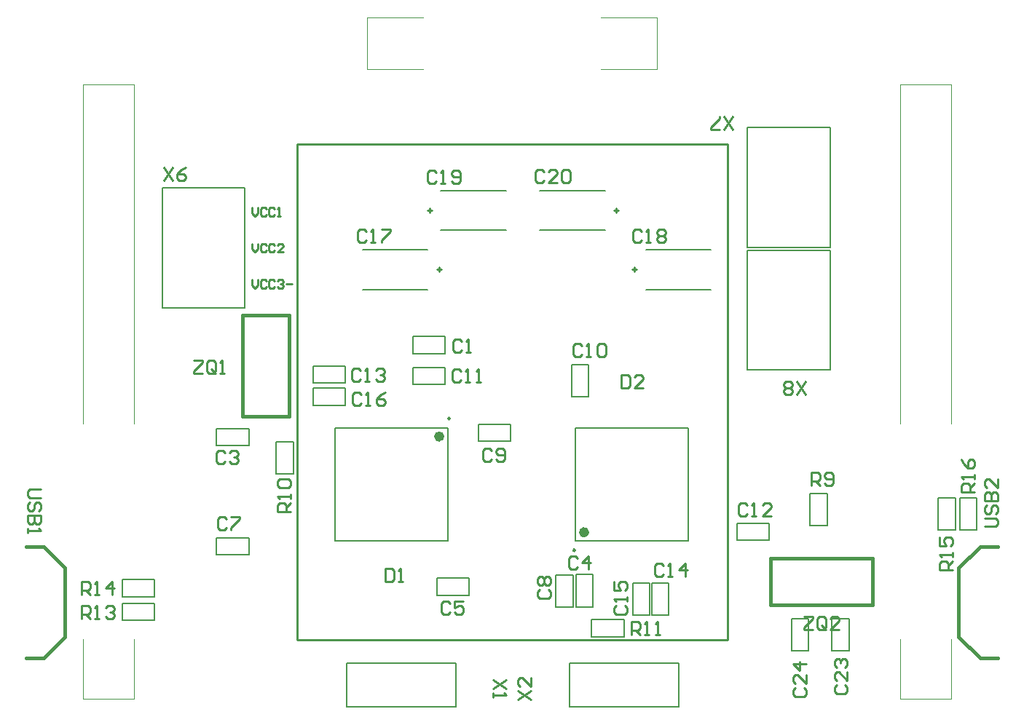
<source format=gto>
G04 Layer_Color=65535*
%FSLAX44Y44*%
%MOMM*%
G71*
G01*
G75*
%ADD17C,0.2000*%
%ADD18C,0.6000*%
%ADD30C,0.2540*%
%ADD31C,0.2500*%
%ADD32C,0.4500*%
%ADD33C,0.1000*%
D17*
X1365500Y401500D02*
X1385500D01*
Y439000D01*
X1365500D02*
X1385500D01*
X1365500Y401500D02*
Y439000D01*
X1318500Y401500D02*
X1338500D01*
Y439000D01*
X1318500D02*
X1338500D01*
X1318500Y401500D02*
Y439000D01*
X1156000Y443250D02*
X1176000D01*
Y480750D01*
X1156000D02*
X1176000D01*
X1156000Y443250D02*
Y480750D01*
X1134000Y443250D02*
X1154000D01*
Y480750D01*
X1134000D02*
X1154000D01*
X1134000Y443250D02*
Y480750D01*
X1086250Y418000D02*
Y438000D01*
Y418000D02*
X1123750D01*
Y438000D01*
X1086250D02*
X1123750D01*
X1044750Y452500D02*
X1064750D01*
Y490000D01*
X1044750D02*
X1064750D01*
X1044750Y452500D02*
Y490000D01*
X719500Y607250D02*
X739500D01*
Y644750D01*
X719500D02*
X739500D01*
X719500Y607250D02*
Y644750D01*
X1509000Y542250D02*
Y579750D01*
X1489000Y542250D02*
X1509000D01*
X1489000D02*
Y579750D01*
X1509000D01*
X1534000Y542250D02*
Y579750D01*
X1514000Y542250D02*
X1534000D01*
X1514000D02*
Y579750D01*
X1534000D01*
X1292500Y530000D02*
Y550000D01*
X1255000D02*
X1292500D01*
X1255000Y530000D02*
Y550000D01*
Y530000D02*
X1292500D01*
X1067750Y452734D02*
X1087750D01*
Y490234D01*
X1067750D02*
X1087750D01*
X1067750Y452734D02*
Y490234D01*
X943910Y466000D02*
Y486000D01*
X906410D02*
X943910D01*
X906410Y466000D02*
Y486000D01*
Y466000D02*
X943910D01*
X991750Y645320D02*
Y665320D01*
X954250D02*
X991750D01*
X954250Y645320D02*
Y665320D01*
Y645320D02*
X991750D01*
X915750Y747000D02*
Y767000D01*
X878250D02*
X915750D01*
X878250Y747000D02*
Y767000D01*
Y747000D02*
X915750D01*
Y711360D02*
Y731360D01*
X878250D02*
X915750D01*
X878250Y711360D02*
Y731360D01*
Y711360D02*
X915750D01*
X762250Y687000D02*
Y707000D01*
Y687000D02*
X799750D01*
Y707000D01*
X762250D02*
X799750D01*
X762250Y713000D02*
Y733000D01*
Y713000D02*
X799750D01*
Y733000D01*
X762250D02*
X799750D01*
X787940Y660860D02*
X918940D01*
X787940Y529860D02*
X918940D01*
Y660860D01*
X787940Y529860D02*
Y660860D01*
X650250Y513240D02*
Y533240D01*
Y513240D02*
X687750D01*
Y533240D01*
X650250D02*
X687750D01*
X1062840Y734750D02*
X1082840D01*
X1062840Y697250D02*
Y734750D01*
Y697250D02*
X1082840D01*
Y734750D01*
X1340000Y584750D02*
X1360000D01*
X1340000Y547250D02*
Y584750D01*
Y547250D02*
X1360000D01*
Y584750D01*
X819750Y868000D02*
X895750D01*
X819750Y822000D02*
X895750D01*
X1149000D02*
X1225000D01*
X1149000Y868000D02*
X1225000D01*
X911000Y891000D02*
X987000D01*
X911000Y937000D02*
X987000D01*
X1026000D02*
X1102000D01*
X1026000Y891000D02*
X1102000D01*
X801610Y387180D02*
X928610D01*
X801610Y336380D02*
X928610D01*
Y387180D01*
X801610Y336380D02*
Y387180D01*
X1187340Y336520D02*
Y387320D01*
X1060340Y336520D02*
Y387320D01*
X1187340D01*
X1060340Y336520D02*
X1187340D01*
X650250Y640240D02*
Y660240D01*
Y640240D02*
X687750D01*
Y660240D01*
X650250D02*
X687750D01*
X540250Y484500D02*
X577750D01*
Y464500D02*
Y484500D01*
X540250Y464500D02*
X577750D01*
X540250D02*
Y484500D01*
Y456880D02*
X577750D01*
Y436880D02*
Y456880D01*
X540250Y436880D02*
X577750D01*
X540250D02*
Y456880D01*
X1067340Y529500D02*
X1198340D01*
X1067340Y660500D02*
X1198340D01*
X1067340Y529500D02*
Y660500D01*
X1198340Y529500D02*
Y660500D01*
X1363500Y728500D02*
Y867500D01*
X1267500Y728500D02*
X1363500D01*
X1267500D02*
Y867500D01*
X1363500D01*
X1267500Y1010000D02*
X1363500D01*
X1267500Y871000D02*
Y1010000D01*
Y871000D02*
X1363500D01*
Y1010000D01*
X587000Y800750D02*
Y939750D01*
X683000D01*
Y800750D02*
Y939750D01*
X587000Y800750D02*
X683000D01*
D18*
X911940Y650860D02*
G03*
X911940Y650860I-3000J0D01*
G01*
X1080340Y539500D02*
G03*
X1080340Y539500I-3000J0D01*
G01*
D30*
X744000Y414070D02*
X1244000D01*
Y990600D01*
X744000D02*
X1244000D01*
X744000Y414070D02*
Y990600D01*
X1370804Y361907D02*
X1368265Y359367D01*
Y354289D01*
X1370804Y351750D01*
X1380961D01*
X1383500Y354289D01*
Y359367D01*
X1380961Y361907D01*
X1383500Y377142D02*
Y366985D01*
X1373343Y377142D01*
X1370804D01*
X1368265Y374603D01*
Y369524D01*
X1370804Y366985D01*
Y382220D02*
X1368265Y384759D01*
Y389838D01*
X1370804Y392377D01*
X1373343D01*
X1375882Y389838D01*
Y387299D01*
Y389838D01*
X1378422Y392377D01*
X1380961D01*
X1383500Y389838D01*
Y384759D01*
X1380961Y382220D01*
X1323304Y358687D02*
X1320765Y356147D01*
Y351069D01*
X1323304Y348530D01*
X1333461D01*
X1336000Y351069D01*
Y356147D01*
X1333461Y358687D01*
X1336000Y373922D02*
Y363765D01*
X1325843Y373922D01*
X1323304D01*
X1320765Y371383D01*
Y366304D01*
X1323304Y363765D01*
X1336000Y386618D02*
X1320765D01*
X1328382Y379000D01*
Y389157D01*
X1542765Y546000D02*
X1555461D01*
X1558000Y548539D01*
Y553618D01*
X1555461Y556157D01*
X1542765D01*
X1545304Y571392D02*
X1542765Y568853D01*
Y563774D01*
X1545304Y561235D01*
X1547843D01*
X1550382Y563774D01*
Y568853D01*
X1552922Y571392D01*
X1555461D01*
X1558000Y568853D01*
Y563774D01*
X1555461Y561235D01*
X1542765Y576470D02*
X1558000D01*
Y584088D01*
X1555461Y586627D01*
X1552922D01*
X1550382Y584088D01*
Y576470D01*
Y584088D01*
X1547843Y586627D01*
X1545304D01*
X1542765Y584088D01*
Y576470D01*
X1558000Y601862D02*
Y591705D01*
X1547843Y601862D01*
X1545304D01*
X1542765Y599323D01*
Y594244D01*
X1545304Y591705D01*
X1333000Y441735D02*
X1343157D01*
Y439196D01*
X1333000Y429039D01*
Y426500D01*
X1343157D01*
X1358392Y429039D02*
Y439196D01*
X1355853Y441735D01*
X1350774D01*
X1348235Y439196D01*
Y429039D01*
X1350774Y426500D01*
X1355853D01*
X1353313Y431578D02*
X1358392Y426500D01*
X1355853D02*
X1358392Y429039D01*
X1373627Y426500D02*
X1363470D01*
X1373627Y436657D01*
Y439196D01*
X1371088Y441735D01*
X1366009D01*
X1363470Y439196D01*
X623750Y739735D02*
X633907D01*
Y737196D01*
X623750Y727039D01*
Y724500D01*
X633907D01*
X649142Y727039D02*
Y737196D01*
X646603Y739735D01*
X641524D01*
X638985Y737196D01*
Y727039D01*
X641524Y724500D01*
X646603D01*
X644063Y729578D02*
X649142Y724500D01*
X646603D02*
X649142Y727039D01*
X654220Y724500D02*
X659298D01*
X656759D01*
Y739735D01*
X654220Y737196D01*
X1000765Y345000D02*
X1016000Y355157D01*
X1000765D02*
X1016000Y345000D01*
Y370392D02*
Y360235D01*
X1005843Y370392D01*
X1003304D01*
X1000765Y367853D01*
Y362774D01*
X1003304Y360235D01*
X987235Y368000D02*
X972000Y357843D01*
X987235D02*
X972000Y368000D01*
Y352765D02*
Y347687D01*
Y350226D01*
X987235D01*
X984696Y352765D01*
X1132840Y420000D02*
Y435235D01*
X1140458D01*
X1142997Y432696D01*
Y427617D01*
X1140458Y425078D01*
X1132840D01*
X1137918D02*
X1142997Y420000D01*
X1148075D02*
X1153153D01*
X1150614D01*
Y435235D01*
X1148075Y432696D01*
X1160771Y420000D02*
X1165849D01*
X1163310D01*
Y435235D01*
X1160771Y432696D01*
X1341498Y593432D02*
Y608667D01*
X1349115D01*
X1351655Y606128D01*
Y601049D01*
X1349115Y598510D01*
X1341498D01*
X1346576D02*
X1351655Y593432D01*
X1356733Y595971D02*
X1359272Y593432D01*
X1364351D01*
X1366890Y595971D01*
Y606128D01*
X1364351Y608667D01*
X1359272D01*
X1356733Y606128D01*
Y603589D01*
X1359272Y601049D01*
X1366890D01*
X736500Y563000D02*
X721265D01*
Y570617D01*
X723804Y573157D01*
X728883D01*
X731422Y570617D01*
Y563000D01*
Y568078D02*
X736500Y573157D01*
Y578235D02*
Y583313D01*
Y580774D01*
X721265D01*
X723804Y578235D01*
Y590931D02*
X721265Y593470D01*
Y598549D01*
X723804Y601088D01*
X733961D01*
X736500Y598549D01*
Y593470D01*
X733961Y590931D01*
X723804D01*
X1120750Y722485D02*
Y707250D01*
X1128367D01*
X1130907Y709789D01*
Y719946D01*
X1128367Y722485D01*
X1120750D01*
X1146142Y707250D02*
X1135985D01*
X1146142Y717407D01*
Y719946D01*
X1143603Y722485D01*
X1138524D01*
X1135985Y719946D01*
X846500Y496985D02*
Y481750D01*
X854118D01*
X856657Y484289D01*
Y494446D01*
X854118Y496985D01*
X846500D01*
X861735Y481750D02*
X866813D01*
X864274D01*
Y496985D01*
X861735Y494446D01*
X1030807Y958424D02*
X1028268Y960963D01*
X1023189D01*
X1020650Y958424D01*
Y948267D01*
X1023189Y945728D01*
X1028268D01*
X1030807Y948267D01*
X1046042Y945728D02*
X1035885D01*
X1046042Y955885D01*
Y958424D01*
X1043503Y960963D01*
X1038424D01*
X1035885Y958424D01*
X1051120D02*
X1053659Y960963D01*
X1058738D01*
X1061277Y958424D01*
Y948267D01*
X1058738Y945728D01*
X1053659D01*
X1051120Y948267D01*
Y958424D01*
X905967Y958214D02*
X903428Y960753D01*
X898349D01*
X895810Y958214D01*
Y948057D01*
X898349Y945518D01*
X903428D01*
X905967Y948057D01*
X911045Y945518D02*
X916123D01*
X913584D01*
Y960753D01*
X911045Y958214D01*
X923741Y948057D02*
X926280Y945518D01*
X931358D01*
X933898Y948057D01*
Y958214D01*
X931358Y960753D01*
X926280D01*
X923741Y958214D01*
Y955675D01*
X926280Y953136D01*
X933898D01*
X1143973Y889192D02*
X1141433Y891731D01*
X1136355D01*
X1133816Y889192D01*
Y879035D01*
X1136355Y876496D01*
X1141433D01*
X1143973Y879035D01*
X1149051Y876496D02*
X1154129D01*
X1151590D01*
Y891731D01*
X1149051Y889192D01*
X1161747D02*
X1164286Y891731D01*
X1169364D01*
X1171904Y889192D01*
Y886653D01*
X1169364Y884113D01*
X1171904Y881574D01*
Y879035D01*
X1169364Y876496D01*
X1164286D01*
X1161747Y879035D01*
Y881574D01*
X1164286Y884113D01*
X1161747Y886653D01*
Y889192D01*
X1164286Y884113D02*
X1169364D01*
X824519Y889334D02*
X821980Y891873D01*
X816901D01*
X814362Y889334D01*
Y879177D01*
X816901Y876638D01*
X821980D01*
X824519Y879177D01*
X829597Y876638D02*
X834675D01*
X832136D01*
Y891873D01*
X829597Y889334D01*
X842293Y891873D02*
X852450D01*
Y889334D01*
X842293Y879177D01*
Y876638D01*
X818707Y699696D02*
X816168Y702235D01*
X811089D01*
X808550Y699696D01*
Y689539D01*
X811089Y687000D01*
X816168D01*
X818707Y689539D01*
X823785Y687000D02*
X828863D01*
X826324D01*
Y702235D01*
X823785Y699696D01*
X846638Y702235D02*
X841559Y699696D01*
X836481Y694617D01*
Y689539D01*
X839020Y687000D01*
X844099D01*
X846638Y689539D01*
Y692078D01*
X844099Y694617D01*
X836481D01*
X1114320Y454173D02*
X1111781Y451633D01*
Y446555D01*
X1114320Y444016D01*
X1124477D01*
X1127016Y446555D01*
Y451633D01*
X1124477Y454173D01*
X1127016Y459251D02*
Y464329D01*
Y461790D01*
X1111781D01*
X1114320Y459251D01*
X1111781Y482104D02*
Y471947D01*
X1119398D01*
X1116859Y477025D01*
Y479565D01*
X1119398Y482104D01*
X1124477D01*
X1127016Y479565D01*
Y474486D01*
X1124477Y471947D01*
X1169517Y500696D02*
X1166977Y503235D01*
X1161899D01*
X1159360Y500696D01*
Y490539D01*
X1161899Y488000D01*
X1166977D01*
X1169517Y490539D01*
X1174595Y488000D02*
X1179673D01*
X1177134D01*
Y503235D01*
X1174595Y500696D01*
X1194909Y488000D02*
Y503235D01*
X1187291Y495617D01*
X1197448D01*
X817157Y727579D02*
X814617Y730118D01*
X809539D01*
X807000Y727579D01*
Y717422D01*
X809539Y714883D01*
X814617D01*
X817157Y717422D01*
X822235Y714883D02*
X827313D01*
X824774D01*
Y730118D01*
X822235Y727579D01*
X834931D02*
X837470Y730118D01*
X842549D01*
X845088Y727579D01*
Y725040D01*
X842549Y722501D01*
X840009D01*
X842549D01*
X845088Y719961D01*
Y717422D01*
X842549Y714883D01*
X837470D01*
X834931Y717422D01*
X1266693Y571190D02*
X1264154Y573729D01*
X1259075D01*
X1256536Y571190D01*
Y561033D01*
X1259075Y558494D01*
X1264154D01*
X1266693Y561033D01*
X1271771Y558494D02*
X1276849D01*
X1274310D01*
Y573729D01*
X1271771Y571190D01*
X1294624Y558494D02*
X1284467D01*
X1294624Y568651D01*
Y571190D01*
X1292085Y573729D01*
X1287006D01*
X1284467Y571190D01*
X934717Y726696D02*
X932178Y729235D01*
X927099D01*
X924560Y726696D01*
Y716539D01*
X927099Y714000D01*
X932178D01*
X934717Y716539D01*
X939795Y714000D02*
X944873D01*
X942334D01*
Y729235D01*
X939795Y726696D01*
X952491Y714000D02*
X957569D01*
X955030D01*
Y729235D01*
X952491Y726696D01*
X1074543Y756086D02*
X1072003Y758625D01*
X1066925D01*
X1064386Y756086D01*
Y745929D01*
X1066925Y743390D01*
X1072003D01*
X1074543Y745929D01*
X1079621Y743390D02*
X1084699D01*
X1082160D01*
Y758625D01*
X1079621Y756086D01*
X1092317D02*
X1094856Y758625D01*
X1099934D01*
X1102474Y756086D01*
Y745929D01*
X1099934Y743390D01*
X1094856D01*
X1092317Y745929D01*
Y756086D01*
X970277Y634696D02*
X967738Y637235D01*
X962659D01*
X960120Y634696D01*
Y624539D01*
X962659Y622000D01*
X967738D01*
X970277Y624539D01*
X975355D02*
X977894Y622000D01*
X982973D01*
X985512Y624539D01*
Y634696D01*
X982973Y637235D01*
X977894D01*
X975355Y634696D01*
Y632157D01*
X977894Y629618D01*
X985512D01*
X1026054Y472407D02*
X1023515Y469868D01*
Y464789D01*
X1026054Y462250D01*
X1036211D01*
X1038750Y464789D01*
Y469868D01*
X1036211Y472407D01*
X1026054Y477485D02*
X1023515Y480024D01*
Y485103D01*
X1026054Y487642D01*
X1028593D01*
X1031133Y485103D01*
X1033672Y487642D01*
X1036211D01*
X1038750Y485103D01*
Y480024D01*
X1036211Y477485D01*
X1033672D01*
X1031133Y480024D01*
X1028593Y477485D01*
X1026054D01*
X1031133Y480024D02*
Y485103D01*
X662012Y554605D02*
X659473Y557144D01*
X654394D01*
X651855Y554605D01*
Y544448D01*
X654394Y541909D01*
X659473D01*
X662012Y544448D01*
X667090Y557144D02*
X677247D01*
Y554605D01*
X667090Y544448D01*
Y541909D01*
X921317Y456696D02*
X918777Y459235D01*
X913699D01*
X911160Y456696D01*
Y446539D01*
X913699Y444000D01*
X918777D01*
X921317Y446539D01*
X936552Y459235D02*
X926395D01*
Y451618D01*
X931473Y454157D01*
X934013D01*
X936552Y451618D01*
Y446539D01*
X934013Y444000D01*
X928934D01*
X926395Y446539D01*
X1069787Y508946D02*
X1067247Y511485D01*
X1062169D01*
X1059630Y508946D01*
Y498789D01*
X1062169Y496250D01*
X1067247D01*
X1069787Y498789D01*
X1082483Y496250D02*
Y511485D01*
X1074865Y503867D01*
X1085022D01*
X660157Y631696D02*
X657617Y634235D01*
X652539D01*
X650000Y631696D01*
Y621539D01*
X652539Y619000D01*
X657617D01*
X660157Y621539D01*
X665235Y631696D02*
X667774Y634235D01*
X672853D01*
X675392Y631696D01*
Y629157D01*
X672853Y626618D01*
X670313D01*
X672853D01*
X675392Y624078D01*
Y621539D01*
X672853Y619000D01*
X667774D01*
X665235Y621539D01*
X935157Y761696D02*
X932617Y764235D01*
X927539D01*
X925000Y761696D01*
Y751539D01*
X927539Y749000D01*
X932617D01*
X935157Y751539D01*
X940235Y749000D02*
X945313D01*
X942774D01*
Y764235D01*
X940235Y761696D01*
X446235Y590000D02*
X433539D01*
X431000Y587461D01*
Y582383D01*
X433539Y579843D01*
X446235D01*
X443696Y564608D02*
X446235Y567147D01*
Y572226D01*
X443696Y574765D01*
X441157D01*
X438618Y572226D01*
Y567147D01*
X436078Y564608D01*
X433539D01*
X431000Y567147D01*
Y572226D01*
X433539Y574765D01*
X446235Y559530D02*
X431000D01*
Y551912D01*
X433539Y549373D01*
X436078D01*
X438618Y551912D01*
Y559530D01*
Y551912D01*
X441157Y549373D01*
X443696D01*
X446235Y551912D01*
Y559530D01*
X431000Y544295D02*
Y539216D01*
Y541756D01*
X446235D01*
X443696Y544295D01*
X493500Y438750D02*
Y453985D01*
X501118D01*
X503657Y451446D01*
Y446367D01*
X501118Y443828D01*
X493500D01*
X498578D02*
X503657Y438750D01*
X508735D02*
X513813D01*
X511274D01*
Y453985D01*
X508735Y451446D01*
X521431D02*
X523970Y453985D01*
X529049D01*
X531588Y451446D01*
Y448907D01*
X529049Y446367D01*
X526509D01*
X529049D01*
X531588Y443828D01*
Y441289D01*
X529049Y438750D01*
X523970D01*
X521431Y441289D01*
X493000Y467250D02*
Y482485D01*
X500617D01*
X503157Y479946D01*
Y474868D01*
X500617Y472328D01*
X493000D01*
X498078D02*
X503157Y467250D01*
X508235D02*
X513313D01*
X510774D01*
Y482485D01*
X508235Y479946D01*
X528549Y467250D02*
Y482485D01*
X520931Y474868D01*
X531088D01*
X1505500Y496000D02*
X1490265D01*
Y503618D01*
X1492804Y506157D01*
X1497883D01*
X1500422Y503618D01*
Y496000D01*
Y501078D02*
X1505500Y506157D01*
Y511235D02*
Y516313D01*
Y513774D01*
X1490265D01*
X1492804Y511235D01*
X1490265Y534088D02*
Y523931D01*
X1497883D01*
X1495343Y529009D01*
Y531549D01*
X1497883Y534088D01*
X1502961D01*
X1505500Y531549D01*
Y526470D01*
X1502961Y523931D01*
X1531250Y586500D02*
X1516015D01*
Y594118D01*
X1518554Y596657D01*
X1523633D01*
X1526172Y594118D01*
Y586500D01*
Y591578D02*
X1531250Y596657D01*
Y601735D02*
Y606813D01*
Y604274D01*
X1516015D01*
X1518554Y601735D01*
X1516015Y624588D02*
X1518554Y619509D01*
X1523633Y614431D01*
X1528711D01*
X1531250Y616970D01*
Y622048D01*
X1528711Y624588D01*
X1526172D01*
X1523633Y622048D01*
Y614431D01*
X588518Y963729D02*
X598675Y948494D01*
Y963729D02*
X588518Y948494D01*
X613910Y963729D02*
X608831Y961190D01*
X603753Y956112D01*
Y951033D01*
X606292Y948494D01*
X611371D01*
X613910Y951033D01*
Y953572D01*
X611371Y956112D01*
X603753D01*
X1250250Y1008015D02*
X1240093Y1023250D01*
Y1008015D02*
X1250250Y1023250D01*
X1235015Y1008015D02*
X1224858D01*
Y1010554D01*
X1235015Y1020711D01*
Y1023250D01*
X1335000Y699515D02*
X1324843Y714750D01*
Y699515D02*
X1335000Y714750D01*
X1319765Y702054D02*
X1317226Y699515D01*
X1312147D01*
X1309608Y702054D01*
Y704593D01*
X1312147Y707132D01*
X1309608Y709672D01*
Y712211D01*
X1312147Y714750D01*
X1317226D01*
X1319765Y712211D01*
Y709672D01*
X1317226Y707132D01*
X1319765Y704593D01*
Y702054D01*
X1317226Y707132D02*
X1312147D01*
X691250Y833248D02*
Y826584D01*
X694582Y823252D01*
X697915Y826584D01*
Y833248D01*
X707911Y831582D02*
X706245Y833248D01*
X702913D01*
X701247Y831582D01*
Y824918D01*
X702913Y823252D01*
X706245D01*
X707911Y824918D01*
X717908Y831582D02*
X716242Y833248D01*
X712910D01*
X711244Y831582D01*
Y824918D01*
X712910Y823252D01*
X716242D01*
X717908Y824918D01*
X721240Y831582D02*
X722906Y833248D01*
X726239D01*
X727905Y831582D01*
Y829916D01*
X726239Y828250D01*
X724573D01*
X726239D01*
X727905Y826584D01*
Y824918D01*
X726239Y823252D01*
X722906D01*
X721240Y824918D01*
X731237Y828250D02*
X737902D01*
X691250Y875248D02*
Y868584D01*
X694582Y865252D01*
X697915Y868584D01*
Y875248D01*
X707911Y873582D02*
X706245Y875248D01*
X702913D01*
X701247Y873582D01*
Y866918D01*
X702913Y865252D01*
X706245D01*
X707911Y866918D01*
X717908Y873582D02*
X716242Y875248D01*
X712910D01*
X711244Y873582D01*
Y866918D01*
X712910Y865252D01*
X716242D01*
X717908Y866918D01*
X727905Y865252D02*
X721240D01*
X727905Y871916D01*
Y873582D01*
X726239Y875248D01*
X722906D01*
X721240Y873582D01*
X691250Y917248D02*
Y910584D01*
X694582Y907252D01*
X697915Y910584D01*
Y917248D01*
X707911Y915582D02*
X706245Y917248D01*
X702913D01*
X701247Y915582D01*
Y908918D01*
X702913Y907252D01*
X706245D01*
X707911Y908918D01*
X717908Y915582D02*
X716242Y917248D01*
X712910D01*
X711244Y915582D01*
Y908918D01*
X712910Y907252D01*
X716242D01*
X717908Y908918D01*
X721240Y907252D02*
X724573D01*
X722906D01*
Y917248D01*
X721240Y915582D01*
D31*
X921690Y671860D02*
G03*
X921690Y671860I-1250J0D01*
G01*
X1067090Y518500D02*
G03*
X1067090Y518500I-1250J0D01*
G01*
X911090Y845000D02*
X906092D01*
X908591Y842501D02*
Y847499D01*
X1133660Y845000D02*
X1138658D01*
X1136159Y847499D02*
Y842501D01*
X895660Y914000D02*
X900658D01*
X898159Y916499D02*
Y911501D01*
X1117340Y914000D02*
X1112342D01*
X1114841Y911501D02*
Y916499D01*
D32*
X1538000Y523000D02*
X1558000D01*
X1513000Y498000D02*
X1538000Y523000D01*
X1513000Y418000D02*
Y498000D01*
Y418000D02*
X1538000Y393000D01*
X1558000D01*
X1294500Y454750D02*
X1327500D01*
X1373500D02*
X1412500D01*
X1294500D02*
Y508750D01*
X1412500D01*
Y483750D02*
Y508750D01*
Y454750D02*
Y483750D01*
X1327500Y454750D02*
X1373500D01*
X429000Y393000D02*
X449000D01*
X474000Y418000D01*
Y498000D01*
X449000Y523000D02*
X474000Y498000D01*
X429000Y523000D02*
X449000D01*
X734750Y674250D02*
Y707250D01*
Y753250D02*
Y792250D01*
X680750Y674250D02*
X734750D01*
X680750D02*
Y792250D01*
X705750D01*
X734750D01*
Y707250D02*
Y753250D01*
D33*
X1096690Y1078550D02*
X1161690D01*
X1096690Y1138550D02*
X1161690D01*
Y1078550D02*
Y1138550D01*
X825290Y1078550D02*
Y1138550D01*
X890290D01*
X825290Y1078550D02*
X890290D01*
X494520Y345460D02*
X554520D01*
X494520Y1060460D02*
X554520D01*
Y345460D02*
Y415460D01*
X494520Y345460D02*
Y415460D01*
X554520Y665460D02*
Y1060460D01*
X494520Y665460D02*
Y1060460D01*
X1444520Y665460D02*
Y1060460D01*
X1504520Y665460D02*
Y1060460D01*
X1444520Y345460D02*
Y415460D01*
X1504520Y345460D02*
Y415460D01*
X1444520Y1060460D02*
X1504520D01*
X1444520Y345460D02*
X1504520D01*
M02*

</source>
